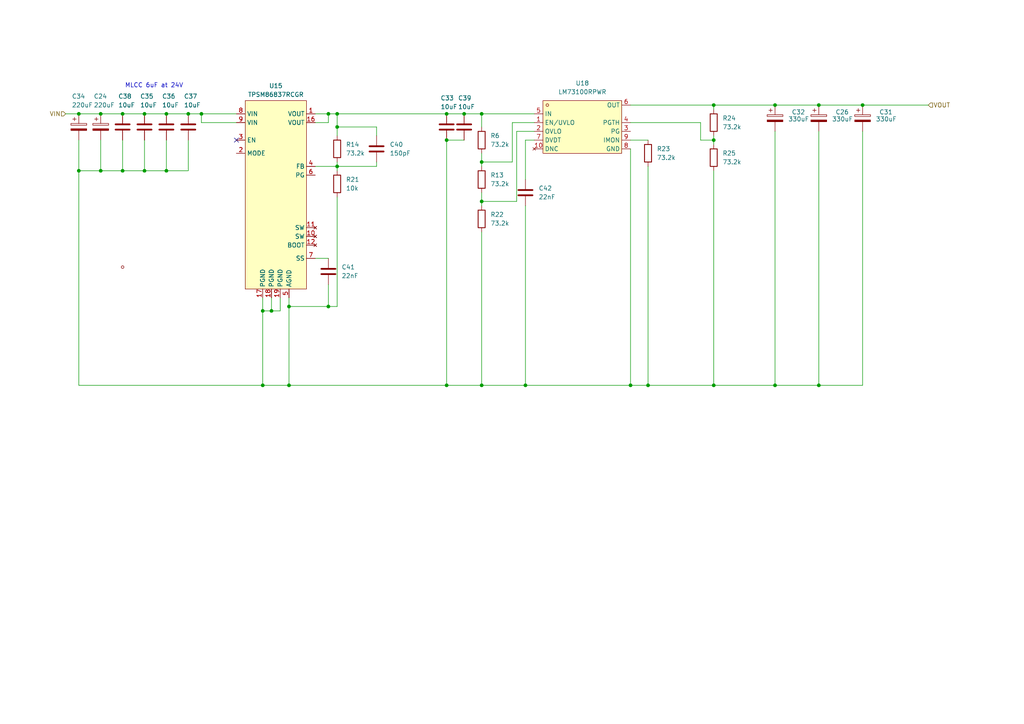
<source format=kicad_sch>
(kicad_sch (version 20250114) (generator "eeschema") (generator_version "9.0")
  (paper "A4")
  (lib_symbols
    (symbol "Device:C" (pin_numbers (hide yes)) (pin_names (offset 0.254))
      (property "Reference" "C" (at 0.635 2.54 0))
      (property "Value" "C" (at 0.635 -2.54 0))
      (symbol "C_0_1"
        (polyline (pts (xy -2.032 0.762) (xy 2.032 0.762)) (stroke (width 0.508)))
        (polyline (pts (xy -2.032 -0.762) (xy 2.032 -0.762)) (stroke (width 0.508)))
      )
      (symbol "C_1_1"
        (pin passive line (at 0 3.81 270) (length 2.794) (name "~") (number "1"))
        (pin passive line (at 0 -3.81 90) (length 2.794) (name "~") (number "2"))
      )
    )
    (symbol "Device:C_Polarized" (pin_numbers (hide yes)) (pin_names (offset 0.254))
      (property "Reference" "C" (at 0.635 2.54 0))
      (property "Value" "C_Polarized" (at 0.635 -2.54 0))
      (symbol "C_Polarized_0_1"
        (rectangle (start -2.286 0.508) (end 2.286 1.016))
        (polyline (pts (xy -1.778 2.286) (xy -0.762 2.286)))
        (polyline (pts (xy -1.27 2.794) (xy -1.27 1.778)))
        (rectangle (start 2.286 -0.508) (end -2.286 -1.016) (fill (type outline)))
      )
      (symbol "C_Polarized_1_1"
        (pin passive line (at 0 3.81 270) (length 2.794) (name "~") (number "1"))
        (pin passive line (at 0 -3.81 90) (length 2.794) (name "~") (number "2"))
      )
    )
    (symbol "Device:R" (pin_numbers (hide yes)) (pin_names (offset 0))
      (property "Reference" "R" (at 2.032 0 90))
      (property "Value" "R" (at 0 0 90))
      (symbol "R_0_1"
        (rectangle (start -1.016 -2.54) (end 1.016 2.54) (stroke (width 0.254)))
      )
      (symbol "R_1_1"
        (pin passive line (at 0 3.81 270) (length 1.27) (name "~") (number "1"))
        (pin passive line (at 0 -3.81 90) (length 1.27) (name "~") (number "2"))
      )
    )
    (symbol "easyeda2kicad:LM73100RPWR"
      (property "Reference" "U" (at 0 10.16 0))
      (property "Value" "LM73100RPWR" (at 0 -10.16 0))
      (symbol "LM73100RPWR_0_1"
        (rectangle (start -11.43 7.62) (end 11.43 -7.62) (fill (type background)))
        (circle (center -10.16 6.35) (radius 0.38))
        (pin power_in line (at -13.97 3.81 0) (length 2.54) (name "IN") (number "5"))
        (pin input line (at -13.97 1.27 0) (length 2.54) (name "EN/UVLO") (number "1"))
        (pin input line (at -13.97 -1.27 0) (length 2.54) (name "OVLO") (number "2"))
        (pin passive line (at -13.97 -3.81 0) (length 2.54) (name "DVDT") (number "7"))
        (pin no_connect line (at -13.97 -6.35 0) (length 2.54) (name "DNC") (number "10"))
        (pin power_out line (at 13.97 6.35 180) (length 2.54) (name "OUT") (number "6"))
        (pin input line (at 13.97 1.27 180) (length 2.54) (name "PGTH") (number "4"))
        (pin output line (at 13.97 -1.27 180) (length 2.54) (name "PG") (number "3"))
        (pin output line (at 13.97 -3.81 180) (length 2.54) (name "IMON") (number "9"))
        (pin power_in line (at 13.97 -6.35 180) (length 2.54) (name "GND") (number "8"))
      )
    )
    (symbol "easyeda2kicad:TPSM86837RCGR"
      (property "Reference" "U" (at 0 16.51 0))
      (property "Value" "TPSM8683x" (at 0.254 18.542 0))
      (symbol "TPSM86837RCGR_0_1"
        (circle (center -44.45 -34.29) (radius 0.38))
        (rectangle (start -8.89 13.97) (end 8.89 -40.64) (fill (type background)))
        (pin unspecified line (at -11.43 10.16 0) (length 2.54) (name "VIN") (number "8"))
        (pin unspecified line (at -11.43 7.62 0) (length 2.54) (name "VIN") (number "9"))
        (pin unspecified line (at -11.43 2.54 0) (length 2.54) (name "EN") (number "3"))
        (pin unspecified line (at -11.43 -1.27 0) (length 2.54) (name "MODE") (number "2"))
        (pin unspecified line (at -3.81 -43.18 90) (length 2.54) (name "PGND") (number "17"))
        (pin unspecified line (at -1.27 -43.18 90) (length 2.54) (name "PGND") (number "18"))
        (pin unspecified line (at 1.27 -43.18 90) (length 2.54) (name "PGND") (number "19"))
        (pin unspecified line (at 3.81 -43.18 90) (length 2.54) (name "AGND") (number "5"))
        (pin unspecified line (at 11.43 10.16 180) (length 2.54) (name "VOUT") (number "1"))
        (pin unspecified line (at 11.43 7.62 180) (length 2.54) (name "VOUT") (number "16"))
        (pin unspecified line (at 11.43 -5.08 180) (length 2.54) (name "FB") (number "4"))
        (pin unspecified line (at 11.43 -7.62 180) (length 2.54) (name "PG") (number "6"))
        (pin no_connect line (at 11.43 -20.32 180) (length 2.54) (hide yes) (name "NC") (number "13"))
        (pin no_connect line (at 11.43 -22.86 180) (length 2.54) (name "SW") (number "11"))
        (pin no_connect line (at 11.43 -25.4 180) (length 2.54) (name "SW") (number "10"))
        (pin no_connect line (at 11.43 -27.94 180) (length 2.54) (name "BOOT") (number "12"))
        (pin unspecified line (at 11.43 -31.75 180) (length 2.54) (name "SS") (number "7"))
      )
      (symbol "TPSM86837RCGR_1_1"
        (pin no_connect line (at 11.43 -15.24 180) (length 2.54) (hide yes) (name "NC") (number "15"))
        (pin no_connect line (at 11.43 -17.78 180) (length 2.54) (hide yes) (name "NC") (number "14"))
      )
    )
  )
  (text "MLCC 6uF at 24V" (at 44.704 24.892 0) (effects (font (size 1.27 1.27))))
  (junction (at 22.86 33.02))
  (junction (at 129.54 33.02))
  (junction (at 97.79 36.83))
  (junction (at 152.4 111.76))
  (junction (at 129.54 111.76))
  (junction (at 95.25 33.02))
  (junction (at 97.79 48.26))
  (junction (at 35.56 49.53))
  (junction (at 250.19 30.48))
  (junction (at 58.42 33.02))
  (junction (at 139.7 111.76))
  (junction (at 48.26 33.02))
  (junction (at 182.88 111.76))
  (junction (at 29.21 33.02))
  (junction (at 224.79 111.76))
  (junction (at 139.7 46.99))
  (junction (at 187.96 111.76))
  (junction (at 134.62 33.02))
  (junction (at 78.74 90.17))
  (junction (at 207.01 111.76))
  (junction (at 224.79 30.48))
  (junction (at 22.86 49.53))
  (junction (at 97.79 33.02))
  (junction (at 54.61 33.02))
  (junction (at 237.49 30.48))
  (junction (at 41.91 49.53))
  (junction (at 76.2 90.17))
  (junction (at 48.26 49.53))
  (junction (at 129.54 40.64))
  (junction (at 76.2 111.76))
  (junction (at 35.56 33.02))
  (junction (at 207.01 30.48))
  (junction (at 139.7 33.02))
  (junction (at 139.7 58.42))
  (junction (at 95.25 88.9))
  (junction (at 83.82 88.9))
  (junction (at 207.01 40.64))
  (junction (at 237.49 111.76))
  (junction (at 83.82 111.76))
  (junction (at 41.91 33.02))
  (junction (at 29.21 49.53))
  (no_connect (at 68.58 40.64))
  (wire (pts (xy 35.56 40.64) (xy 35.56 49.53)))
  (wire (pts (xy 139.7 67.31) (xy 139.7 111.76)))
  (wire (pts (xy 207.01 39.37) (xy 207.01 40.64)))
  (wire (pts (xy 91.44 35.56) (xy 95.25 35.56)))
  (wire (pts (xy 41.91 33.02) (xy 48.26 33.02)))
  (wire (pts (xy 139.7 55.88) (xy 139.7 58.42)))
  (wire (pts (xy 109.22 39.37) (xy 109.22 36.83)))
  (wire (pts (xy 182.88 30.48) (xy 207.01 30.48)))
  (wire (pts (xy 58.42 35.56) (xy 58.42 33.02)))
  (wire (pts (xy 97.79 48.26) (xy 109.22 48.26)))
  (wire (pts (xy 154.94 35.56) (xy 148.59 35.56)))
  (wire (pts (xy 134.62 33.02) (xy 139.7 33.02)))
  (wire (pts (xy 148.59 46.99) (xy 139.7 46.99)))
  (wire (pts (xy 81.28 86.36) (xy 81.28 90.17)))
  (wire (pts (xy 29.21 40.64) (xy 29.21 49.53)))
  (wire (pts (xy 48.26 49.53) (xy 41.91 49.53)))
  (wire (pts (xy 76.2 90.17) (xy 76.2 86.36)))
  (wire (pts (xy 237.49 111.76) (xy 224.79 111.76)))
  (wire (pts (xy 78.74 90.17) (xy 76.2 90.17)))
  (wire (pts (xy 203.2 40.64) (xy 207.01 40.64)))
  (wire (pts (xy 237.49 38.1) (xy 237.49 111.76)))
  (wire (pts (xy 224.79 30.48) (xy 237.49 30.48)))
  (wire (pts (xy 139.7 58.42) (xy 149.86 58.42)))
  (wire (pts (xy 83.82 86.36) (xy 83.82 88.9)))
  (wire (pts (xy 35.56 33.02) (xy 41.91 33.02)))
  (wire (pts (xy 187.96 48.26) (xy 187.96 111.76)))
  (wire (pts (xy 129.54 33.02) (xy 134.62 33.02)))
  (wire (pts (xy 97.79 33.02) (xy 97.79 36.83)))
  (wire (pts (xy 54.61 40.64) (xy 54.61 49.53)))
  (wire (pts (xy 207.01 49.53) (xy 207.01 111.76)))
  (wire (pts (xy 152.4 111.76) (xy 182.88 111.76)))
  (wire (pts (xy 95.25 88.9) (xy 83.82 88.9)))
  (wire (pts (xy 91.44 48.26) (xy 97.79 48.26)))
  (wire (pts (xy 134.62 40.64) (xy 129.54 40.64)))
  (wire (pts (xy 97.79 36.83) (xy 97.79 39.37)))
  (wire (pts (xy 22.86 49.53) (xy 22.86 111.76)))
  (wire (pts (xy 149.86 38.1) (xy 149.86 58.42)))
  (wire (pts (xy 83.82 88.9) (xy 83.82 111.76)))
  (wire (pts (xy 95.25 35.56) (xy 95.25 33.02)))
  (wire (pts (xy 139.7 46.99) (xy 139.7 48.26)))
  (wire (pts (xy 250.19 38.1) (xy 250.19 111.76)))
  (wire (pts (xy 76.2 111.76) (xy 76.2 90.17)))
  (wire (pts (xy 97.79 33.02) (xy 129.54 33.02)))
  (wire (pts (xy 187.96 111.76) (xy 207.01 111.76)))
  (wire (pts (xy 154.94 38.1) (xy 149.86 38.1)))
  (wire (pts (xy 129.54 40.64) (xy 129.54 111.76)))
  (wire (pts (xy 109.22 46.99) (xy 109.22 48.26)))
  (wire (pts (xy 207.01 40.64) (xy 207.01 41.91)))
  (wire (pts (xy 68.58 35.56) (xy 58.42 35.56)))
  (wire (pts (xy 78.74 86.36) (xy 78.74 90.17)))
  (wire (pts (xy 148.59 35.56) (xy 148.59 46.99)))
  (wire (pts (xy 29.21 49.53) (xy 22.86 49.53)))
  (wire (pts (xy 154.94 40.64) (xy 152.4 40.64)))
  (wire (pts (xy 207.01 30.48) (xy 224.79 30.48)))
  (wire (pts (xy 224.79 38.1) (xy 224.79 111.76)))
  (wire (pts (xy 76.2 111.76) (xy 83.82 111.76)))
  (wire (pts (xy 95.25 33.02) (xy 97.79 33.02)))
  (wire (pts (xy 83.82 111.76) (xy 129.54 111.76)))
  (wire (pts (xy 139.7 44.45) (xy 139.7 46.99)))
  (wire (pts (xy 129.54 111.76) (xy 139.7 111.76)))
  (wire (pts (xy 109.22 36.83) (xy 97.79 36.83)))
  (wire (pts (xy 139.7 58.42) (xy 139.7 59.69)))
  (wire (pts (xy 41.91 40.64) (xy 41.91 49.53)))
  (wire (pts (xy 250.19 30.48) (xy 269.24 30.48)))
  (wire (pts (xy 35.56 49.53) (xy 29.21 49.53)))
  (wire (pts (xy 207.01 31.75) (xy 207.01 30.48)))
  (wire (pts (xy 97.79 57.15) (xy 97.79 88.9)))
  (wire (pts (xy 91.44 74.93) (xy 95.25 74.93)))
  (wire (pts (xy 207.01 111.76) (xy 224.79 111.76)))
  (wire (pts (xy 97.79 48.26) (xy 97.79 49.53)))
  (wire (pts (xy 22.86 40.64) (xy 22.86 49.53)))
  (wire (pts (xy 54.61 49.53) (xy 48.26 49.53)))
  (wire (pts (xy 97.79 88.9) (xy 95.25 88.9)))
  (wire (pts (xy 22.86 33.02) (xy 29.21 33.02)))
  (wire (pts (xy 182.88 35.56) (xy 203.2 35.56)))
  (wire (pts (xy 48.26 40.64) (xy 48.26 49.53)))
  (wire (pts (xy 139.7 111.76) (xy 152.4 111.76)))
  (wire (pts (xy 182.88 40.64) (xy 187.96 40.64)))
  (wire (pts (xy 54.61 33.02) (xy 58.42 33.02)))
  (wire (pts (xy 152.4 40.64) (xy 152.4 52.07)))
  (wire (pts (xy 139.7 33.02) (xy 154.94 33.02)))
  (wire (pts (xy 187.96 111.76) (xy 182.88 111.76)))
  (wire (pts (xy 19.05 33.02) (xy 22.86 33.02)))
  (wire (pts (xy 139.7 36.83) (xy 139.7 33.02)))
  (wire (pts (xy 152.4 59.69) (xy 152.4 111.76)))
  (wire (pts (xy 91.44 33.02) (xy 95.25 33.02)))
  (wire (pts (xy 250.19 111.76) (xy 237.49 111.76)))
  (wire (pts (xy 29.21 33.02) (xy 35.56 33.02)))
  (wire (pts (xy 81.28 90.17) (xy 78.74 90.17)))
  (wire (pts (xy 41.91 49.53) (xy 35.56 49.53)))
  (wire (pts (xy 48.26 33.02) (xy 54.61 33.02)))
  (wire (pts (xy 182.88 111.76) (xy 182.88 43.18)))
  (wire (pts (xy 97.79 46.99) (xy 97.79 48.26)))
  (wire (pts (xy 95.25 82.55) (xy 95.25 88.9)))
  (wire (pts (xy 203.2 35.56) (xy 203.2 40.64)))
  (wire (pts (xy 58.42 33.02) (xy 68.58 33.02)))
  (wire (pts (xy 237.49 30.48) (xy 250.19 30.48)))
  (wire (pts (xy 22.86 111.76) (xy 76.2 111.76)))
  (hierarchical_label "VIN" (shape input) (at 19.05 33.02 180))
  (hierarchical_label "VOUT" (shape input) (at 269.24 30.48 0))
  (symbol (lib_id "Device:R") (at 139.7 52.07 0) (unit 1)
    (property "Reference" "R13" (at 142.24 50.7999 0) (effects (justify left)))
    (property "Value" "73.2k" (at 142.24 53.3399 0) (effects (justify left)))
    (property "Footprint" "Resistor_SMD:R_0402_1005Metric" (effects (hide yes)))
    (property "Description" "Resistor" (effects (hide yes)))
  )
  (symbol (lib_id "Device:C") (at 35.56 36.83 0) (unit 1)
    (property "Reference" "C38" (at 34.29 27.94 0) (effects (justify left)))
    (property "Value" "10uF" (at 34.29 30.48 0) (effects (justify left)))
    (property "Footprint" "Capacitor_SMD:C_1210_3225Metric" (effects (hide yes)))
    (property "Description" "Unpolarized capacitor" (effects (hide yes)))
    (property "LCSC Part" "C77102" (effects (hide yes)))
  )
  (symbol (lib_id "Device:R") (at 139.7 40.64 0) (unit 1)
    (property "Reference" "R6" (at 142.24 39.3699 0) (effects (justify left)))
    (property "Value" "73.2k" (at 142.24 41.9099 0) (effects (justify left)))
    (property "Footprint" "Resistor_SMD:R_0402_1005Metric" (effects (hide yes)))
    (property "Description" "Resistor" (effects (hide yes)))
  )
  (symbol (lib_id "Device:C") (at 41.91 36.83 0) (unit 1)
    (property "Reference" "C35" (at 40.64 27.94 0) (effects (justify left)))
    (property "Value" "10uF" (at 40.64 30.48 0) (effects (justify left)))
    (property "Footprint" "Capacitor_SMD:C_1210_3225Metric" (effects (hide yes)))
    (property "Description" "Unpolarized capacitor" (effects (hide yes)))
    (property "LCSC Part" "C77102" (effects (hide yes)))
  )
  (symbol (lib_id "Device:C") (at 48.26 36.83 0) (unit 1)
    (property "Reference" "C36" (at 46.99 27.94 0) (effects (justify left)))
    (property "Value" "10uF" (at 46.99 30.48 0) (effects (justify left)))
    (property "Footprint" "Capacitor_SMD:C_1210_3225Metric" (effects (hide yes)))
    (property "Description" "Unpolarized capacitor" (effects (hide yes)))
    (property "LCSC Part" "C77102" (effects (hide yes)))
  )
  (symbol (lib_id "Device:C_Polarized") (at 22.86 36.83 0) (unit 1)
    (property "Reference" "C34" (at 20.828 27.94 0) (effects (justify left)))
    (property "Value" "220uF" (at 20.828 30.48 0) (effects (justify left)))
    (property "Footprint" "easyeda2kicad:CAP-SMD_BD8.0-L8.3-W8.3-FD" (effects (hide yes)))
    (property "Description" "Polarized capacitor" (effects (hide yes)))
    (property "LCSC Part" "C2923769" (effects (hide yes)))
  )
  (symbol (lib_id "easyeda2kicad:TPSM86837RCGR") (at 80.01 43.18 0) (unit 1)
    (property "Reference" "U15" (at 80.01 24.892 0))
    (property "Value" "TPSM86837RCGR" (at 80.01 27.432 0))
    (property "Footprint" "easyeda2kicad:B3QFN-19_L5.5-W5.0-P0.50-TL" (effects (hide yes)))
    (property "LCSC Part" "C34572614" (effects (hide yes)))
  )
  (symbol (lib_id "Device:R") (at 97.79 53.34 0) (unit 1)
    (property "Reference" "R21" (at 100.33 52.0699 0) (effects (justify left)))
    (property "Value" "10k" (at 100.33 54.6099 0) (effects (justify left)))
    (property "Footprint" "Resistor_SMD:R_0402_1005Metric" (effects (hide yes)))
    (property "Description" "Resistor" (effects (hide yes)))
  )
  (symbol (lib_id "Device:R") (at 207.01 45.72 0) (unit 1)
    (property "Reference" "R25" (at 209.55 44.4499 0) (effects (justify left)))
    (property "Value" "73.2k" (at 209.55 46.9899 0) (effects (justify left)))
    (property "Footprint" "Resistor_SMD:R_0402_1005Metric" (effects (hide yes)))
    (property "Description" "Resistor" (effects (hide yes)))
  )
  (symbol (lib_id "Device:C") (at 95.25 78.74 0) (unit 1)
    (property "Reference" "C41" (at 99.06 77.4699 0) (effects (justify left)))
    (property "Value" "22nF" (at 99.06 80.0099 0) (effects (justify left)))
    (property "Footprint" "Capacitor_SMD:C_0402_1005Metric" (effects (hide yes)))
    (property "Description" "Unpolarized capacitor" (effects (hide yes)))
  )
  (symbol (lib_id "Device:C_Polarized") (at 237.49 34.29 0) (unit 1)
    (property "Reference" "C26" (at 242.316 32.512 0) (effects (justify left)))
    (property "Value" "330uF" (at 241.3 34.544 0) (effects (justify left)))
    (property "Footprint" "easyeda2kicad:CAP-SMD_L7.3-W4.3-FD" (effects (hide yes)))
    (property "Description" "Polarized capacitor" (effects (hide yes)))
    (property "LCSC Part" "C2159214" (effects (hide yes)))
  )
  (symbol (lib_id "Device:C") (at 129.54 36.83 0) (unit 1)
    (property "Reference" "C33" (at 127.762 28.448 0) (effects (justify left)))
    (property "Value" "10uF" (at 127.762 30.988 0) (effects (justify left)))
    (property "Footprint" "Capacitor_SMD:C_1206_3216Metric" (effects (hide yes)))
    (property "Description" "Unpolarized capacitor" (effects (hide yes)))
    (property "LCSC Part" "C2803389" (effects (hide yes)))
  )
  (symbol (lib_id "Device:C") (at 109.22 43.18 0) (unit 1)
    (property "Reference" "C40" (at 113.03 41.9099 0) (effects (justify left)))
    (property "Value" "150pF" (at 113.03 44.4499 0) (effects (justify left)))
    (property "Footprint" "Capacitor_SMD:C_0402_1005Metric" (effects (hide yes)))
    (property "Description" "Unpolarized capacitor" (effects (hide yes)))
  )
  (symbol (lib_id "Device:C_Polarized") (at 250.19 34.29 0) (unit 1)
    (property "Reference" "C31" (at 255.016 32.512 0) (effects (justify left)))
    (property "Value" "330uF" (at 254 34.544 0) (effects (justify left)))
    (property "Footprint" "easyeda2kicad:CAP-SMD_L7.3-W4.3-FD" (effects (hide yes)))
    (property "Description" "Polarized capacitor" (effects (hide yes)))
    (property "LCSC Part" "C2159214" (effects (hide yes)))
  )
  (symbol (lib_id "easyeda2kicad:LM73100RPWR") (at 168.91 36.83 0) (unit 1)
    (property "Reference" "U18" (at 168.91 24.13 0))
    (property "Value" "LM73100RPWR" (at 168.91 26.67 0))
    (property "Footprint" "easyeda2kicad:VQFN-10_L2.0-W2.0-P0.45-TL" (effects (hide yes)))
    (property "LCSC Part" "C3210761" (effects (hide yes)))
  )
  (symbol (lib_id "Device:R") (at 139.7 63.5 0) (unit 1)
    (property "Reference" "R22" (at 142.24 62.2299 0) (effects (justify left)))
    (property "Value" "73.2k" (at 142.24 64.7699 0) (effects (justify left)))
    (property "Footprint" "Resistor_SMD:R_0402_1005Metric" (effects (hide yes)))
    (property "Description" "Resistor" (effects (hide yes)))
  )
  (symbol (lib_id "Device:C") (at 54.61 36.83 0) (unit 1)
    (property "Reference" "C37" (at 53.34 27.94 0) (effects (justify left)))
    (property "Value" "10uF" (at 53.34 30.48 0) (effects (justify left)))
    (property "Footprint" "Capacitor_SMD:C_1210_3225Metric" (effects (hide yes)))
    (property "Description" "Unpolarized capacitor" (effects (hide yes)))
    (property "LCSC Part" "C77102" (effects (hide yes)))
  )
  (symbol (lib_id "Device:C") (at 134.62 36.83 0) (unit 1)
    (property "Reference" "C39" (at 132.842 28.448 0) (effects (justify left)))
    (property "Value" "10uF" (at 132.842 30.988 0) (effects (justify left)))
    (property "Footprint" "Capacitor_SMD:C_1206_3216Metric" (effects (hide yes)))
    (property "Description" "Unpolarized capacitor" (effects (hide yes)))
    (property "LCSC Part" "C2803389" (effects (hide yes)))
  )
  (symbol (lib_id "Device:C") (at 152.4 55.88 0) (unit 1)
    (property "Reference" "C42" (at 156.21 54.6099 0) (effects (justify left)))
    (property "Value" "22nF" (at 156.21 57.1499 0) (effects (justify left)))
    (property "Footprint" "Capacitor_SMD:C_0402_1005Metric" (effects (hide yes)))
    (property "Description" "Unpolarized capacitor" (effects (hide yes)))
  )
  (symbol (lib_id "Device:R") (at 97.79 43.18 0) (unit 1)
    (property "Reference" "R14" (at 100.33 41.9099 0) (effects (justify left)))
    (property "Value" "73.2k" (at 100.33 44.4499 0) (effects (justify left)))
    (property "Footprint" "Resistor_SMD:R_0402_1005Metric" (effects (hide yes)))
    (property "Description" "Resistor" (effects (hide yes)))
  )
  (symbol (lib_id "Device:C_Polarized") (at 29.21 36.83 0) (unit 1)
    (property "Reference" "C24" (at 27.178 27.94 0) (effects (justify left)))
    (property "Value" "220uF" (at 27.178 30.48 0) (effects (justify left)))
    (property "Footprint" "easyeda2kicad:CAP-SMD_BD8.0-L8.3-W8.3-FD" (effects (hide yes)))
    (property "Description" "Polarized capacitor" (effects (hide yes)))
    (property "LCSC Part" "C2923769" (effects (hide yes)))
  )
  (symbol (lib_id "Device:R") (at 207.01 35.56 0) (unit 1)
    (property "Reference" "R24" (at 209.55 34.2899 0) (effects (justify left)))
    (property "Value" "73.2k" (at 209.55 36.8299 0) (effects (justify left)))
    (property "Footprint" "Resistor_SMD:R_0402_1005Metric" (effects (hide yes)))
    (property "Description" "Resistor" (effects (hide yes)))
  )
  (symbol (lib_id "Device:R") (at 187.96 44.45 0) (unit 1)
    (property "Reference" "R23" (at 190.5 43.1799 0) (effects (justify left)))
    (property "Value" "73.2k" (at 190.5 45.7199 0) (effects (justify left)))
    (property "Footprint" "Resistor_SMD:R_0402_1005Metric" (effects (hide yes)))
    (property "Description" "Resistor" (effects (hide yes)))
  )
  (symbol (lib_id "Device:C_Polarized") (at 224.79 34.29 0) (unit 1)
    (property "Reference" "C32" (at 229.616 32.512 0) (effects (justify left)))
    (property "Value" "330uF" (at 228.6 34.544 0) (effects (justify left)))
    (property "Footprint" "easyeda2kicad:CAP-SMD_L7.3-W4.3-FD" (effects (hide yes)))
    (property "Description" "Polarized capacitor" (effects (hide yes)))
    (property "LCSC Part" "C2159214" (effects (hide yes)))
  )
)
</source>
